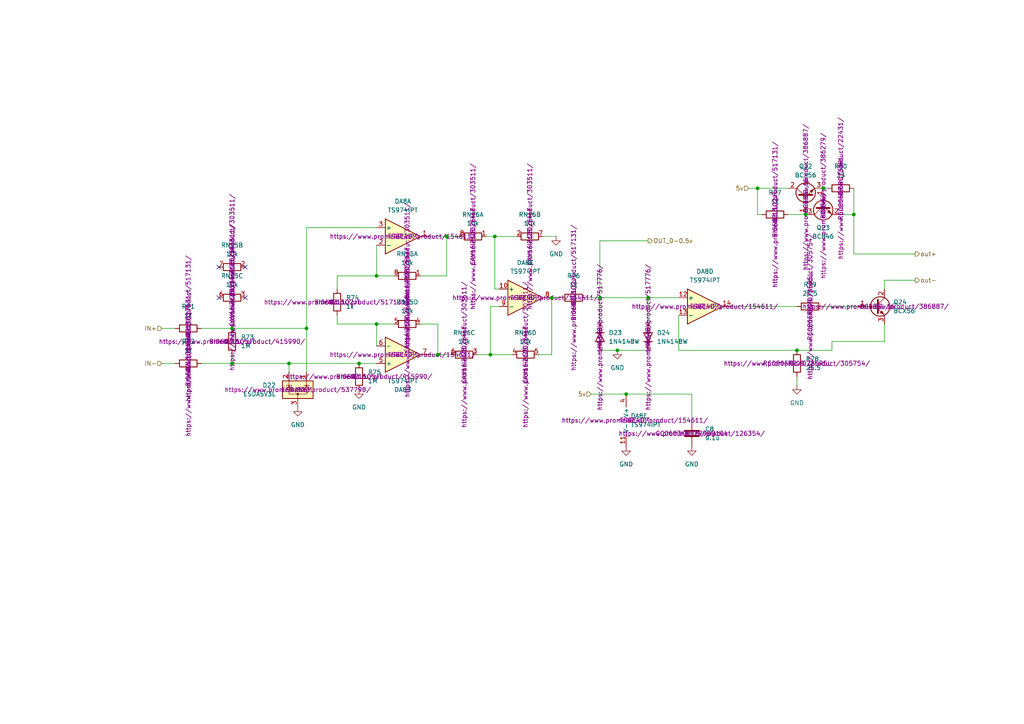
<source format=kicad_sch>
(kicad_sch (version 20250114) (generator "eeschema") (generator_version "9.0")
  (paper "A4")
  (lib_symbols
    (symbol "Amplifier_Operational:LM2902" (pin_names (offset 0.127))
      (property "Reference" "U" (at 0 5.08 0))
      (property "Value" "LM2902" (at 0 -5.08 0))
      (symbol "LM2902_1_1"
        (polyline (pts (xy -5.08 5.08) (xy 5.08 0) (xy -5.08 -5.08) (xy -5.08 5.08)) (stroke (width 0.254)) (fill (type background)))
        (pin input line (at -7.62 2.54 0) (length 2.54) (name "+") (number "3"))
        (pin input line (at -7.62 -2.54 0) (length 2.54) (name "-") (number "2"))
        (pin output line (at 7.62 0 180) (length 2.54) (name "~") (number "1"))
      )
      (symbol "LM2902_2_1"
        (polyline (pts (xy -5.08 5.08) (xy 5.08 0) (xy -5.08 -5.08) (xy -5.08 5.08)) (stroke (width 0.254)) (fill (type background)))
        (pin input line (at -7.62 2.54 0) (length 2.54) (name "+") (number "5"))
        (pin input line (at -7.62 -2.54 0) (length 2.54) (name "-") (number "6"))
        (pin output line (at 7.62 0 180) (length 2.54) (name "~") (number "7"))
      )
      (symbol "LM2902_3_1"
        (polyline (pts (xy -5.08 5.08) (xy 5.08 0) (xy -5.08 -5.08) (xy -5.08 5.08)) (stroke (width 0.254)) (fill (type background)))
        (pin input line (at -7.62 2.54 0) (length 2.54) (name "+") (number "10"))
        (pin input line (at -7.62 -2.54 0) (length 2.54) (name "-") (number "9"))
        (pin output line (at 7.62 0 180) (length 2.54) (name "~") (number "8"))
      )
      (symbol "LM2902_4_1"
        (polyline (pts (xy -5.08 5.08) (xy 5.08 0) (xy -5.08 -5.08) (xy -5.08 5.08)) (stroke (width 0.254)) (fill (type background)))
        (pin input line (at -7.62 2.54 0) (length 2.54) (name "+") (number "12"))
        (pin input line (at -7.62 -2.54 0) (length 2.54) (name "-") (number "13"))
        (pin output line (at 7.62 0 180) (length 2.54) (name "~") (number "14"))
      )
      (symbol "LM2902_5_1"
        (pin power_in line (at -2.54 7.62 270) (length 3.81) (name "V+") (number "4"))
        (pin power_in line (at -2.54 -7.62 90) (length 3.81) (name "V-") (number "11"))
      )
    )
    (symbol "Device:C" (pin_numbers (hide yes)) (pin_names (offset 0.254))
      (property "Reference" "C" (at 0.635 2.54 0))
      (property "Value" "C" (at 0.635 -2.54 0))
      (symbol "C_0_1"
        (polyline (pts (xy -2.032 0.762) (xy 2.032 0.762)) (stroke (width 0.508)))
        (polyline (pts (xy -2.032 -0.762) (xy 2.032 -0.762)) (stroke (width 0.508)))
      )
      (symbol "C_1_1"
        (pin passive line (at 0 3.81 270) (length 2.794) (name "~") (number "1"))
        (pin passive line (at 0 -3.81 90) (length 2.794) (name "~") (number "2"))
      )
    )
    (symbol "Device:R" (pin_numbers (hide yes)) (pin_names (offset 0))
      (property "Reference" "R" (at 2.032 0 90))
      (property "Value" "R" (at 0 0 90))
      (symbol "R_0_1"
        (rectangle (start -1.016 -2.54) (end 1.016 2.54) (stroke (width 0.254)))
      )
      (symbol "R_1_1"
        (pin passive line (at 0 3.81 270) (length 1.27) (name "~") (number "1"))
        (pin passive line (at 0 -3.81 90) (length 1.27) (name "~") (number "2"))
      )
    )
    (symbol "Device:R_Pack04_Split" (pin_names (offset 0) (hide yes))
      (property "Reference" "RN" (at 2.032 0 90))
      (property "Value" "R_Pack04_Split" (at 0 0 90))
      (symbol "R_Pack04_Split_0_1"
        (rectangle (start 1.016 2.54) (end -1.016 -2.54) (stroke (width 0.254)))
      )
      (symbol "R_Pack04_Split_1_1"
        (pin passive line (at 0 3.81 270) (length 1.27) (name "R1.2") (number "8"))
        (pin passive line (at 0 -3.81 90) (length 1.27) (name "R1.1") (number "1"))
      )
      (symbol "R_Pack04_Split_2_1"
        (pin passive line (at 0 3.81 270) (length 1.27) (name "R2.2") (number "7"))
        (pin passive line (at 0 -3.81 90) (length 1.27) (name "R2.1") (number "2"))
      )
      (symbol "R_Pack04_Split_3_1"
        (pin passive line (at 0 3.81 270) (length 1.27) (name "R3.2") (number "6"))
        (pin passive line (at 0 -3.81 90) (length 1.27) (name "R3.1") (number "3"))
      )
      (symbol "R_Pack04_Split_4_1"
        (pin passive line (at 0 3.81 270) (length 1.27) (name "R4.2") (number "5"))
        (pin passive line (at 0 -3.81 90) (length 1.27) (name "R4.1") (number "4"))
      )
    )
    (symbol "Diode:1N4148W" (pin_numbers (hide yes)) (pin_names (hide yes))
      (property "Reference" "D" (at 0 2.54 0))
      (property "Value" "1N4148W" (at 0 -2.54 0))
      (symbol "1N4148W_0_1"
        (polyline (pts (xy -1.27 1.27) (xy -1.27 -1.27)) (stroke (width 0.254)))
        (polyline (pts (xy 1.27 1.27) (xy 1.27 -1.27) (xy -1.27 0) (xy 1.27 1.27)) (stroke (width 0.254)))
        (polyline (pts (xy 1.27 0) (xy -1.27 0)))
      )
      (symbol "1N4148W_1_1"
        (pin passive line (at -3.81 0 0) (length 2.54) (name "K") (number "1"))
        (pin passive line (at 3.81 0 180) (length 2.54) (name "A") (number "2"))
      )
    )
    (symbol "Power_Protection:ESDA5V3L" (pin_names (hide yes))
      (property "Reference" "D" (at 5.715 2.54 0))
      (property "Value" "ESDA5V3L" (at 5.715 0.635 0))
      (symbol "ESDA5V3L_0_0"
        (pin passive line (at 0 -5.08 90) (length 2.54) (name "A") (number "3"))
      )
      (symbol "ESDA5V3L_0_1"
        (rectangle (start -4.445 2.54) (end 4.445 -2.54) (stroke (width 0.254)) (fill (type background)))
        (polyline (pts (xy -3.302 1.016) (xy -3.302 1.27) (xy -1.905 1.27) (xy -1.778 1.27)))
        (polyline (pts (xy -2.54 2.54) (xy -2.54 1.27)))
        (polyline (pts (xy -2.54 1.27) (xy -2.54 -1.27) (xy 2.54 -1.27) (xy 2.54 1.27)))
        (polyline (pts (xy -2.54 1.27) (xy -1.905 0) (xy -3.175 0) (xy -2.54 1.27)))
        (polyline (pts (xy 0 -1.27) (xy 0 -2.54)))
        (circle (center 0 -1.27) (radius 0.254) (fill (type outline)))
        (polyline (pts (xy 1.778 1.016) (xy 1.778 1.27) (xy 3.175 1.27) (xy 3.302 1.27)))
        (polyline (pts (xy 2.54 2.54) (xy 2.54 1.27)))
        (polyline (pts (xy 2.54 1.27) (xy 1.905 0) (xy 3.175 0) (xy 2.54 1.27)))
      )
      (symbol "ESDA5V3L_1_1"
        (pin passive line (at -2.54 5.08 270) (length 2.54) (name "K") (number "1"))
        (pin passive line (at 2.54 5.08 270) (length 2.54) (name "K") (number "2"))
      )
    )
    (symbol "Transistor_BJT:BC846" (pin_names (offset 0) (hide yes))
      (property "Reference" "Q" (at 5.08 1.905 0))
      (property "Value" "BC846" (at 5.08 0 0))
      (symbol "BC846_0_1"
        (polyline (pts (xy -2.54 0) (xy 0.635 0)))
        (polyline (pts (xy 0.635 1.905) (xy 0.635 -1.905)) (stroke (width 0.508)))
        (circle (center 1.27 0) (radius 2.8194) (stroke (width 0.254)))
      )
      (symbol "BC846_1_1"
        (polyline (pts (xy 0.635 0.635) (xy 2.54 2.54)))
        (polyline (pts (xy 0.635 -0.635) (xy 2.54 -2.54)))
        (polyline (pts (xy 1.27 -1.778) (xy 1.778 -1.27) (xy 2.286 -2.286) (xy 1.27 -1.778)) (fill (type outline)))
        (pin input line (at -5.08 0 0) (length 2.54) (name "B") (number "1"))
        (pin passive line (at 2.54 5.08 270) (length 2.54) (name "C") (number "3"))
        (pin passive line (at 2.54 -5.08 90) (length 2.54) (name "E") (number "2"))
      )
    )
    (symbol "Transistor_BJT:BCX56" (pin_names (offset 0) (hide yes))
      (property "Reference" "Q" (at 5.08 1.905 0))
      (property "Value" "BCX56" (at 5.08 0 0))
      (symbol "BCX56_0_1"
        (polyline (pts (xy -2.54 0) (xy 0.635 0)))
        (polyline (pts (xy 0.635 1.905) (xy 0.635 -1.905)) (stroke (width 0.508)))
        (circle (center 1.27 0) (radius 2.8194) (stroke (width 0.254)))
      )
      (symbol "BCX56_1_1"
        (polyline (pts (xy 0.635 0.635) (xy 2.54 2.54)))
        (polyline (pts (xy 0.635 -0.635) (xy 2.54 -2.54)))
        (polyline (pts (xy 1.27 -1.778) (xy 1.778 -1.27) (xy 2.286 -2.286) (xy 1.27 -1.778)) (fill (type outline)))
        (pin input line (at -5.08 0 0) (length 2.54) (name "B") (number "1"))
        (pin passive line (at 2.54 5.08 270) (length 2.54) (name "C") (number "2"))
        (pin passive line (at 2.54 -5.08 90) (length 2.54) (name "E") (number "3"))
      )
    )
    (symbol "power:GND" (power) (pin_numbers (hide yes)) (pin_names (offset 0) (hide yes))
      (property "Value" "GND" (at 0 -3.81 0))
      (symbol "GND_0_1"
        (polyline (pts (xy 0 0) (xy 0 -1.27) (xy 1.27 -1.27) (xy 0 -2.54) (xy -1.27 -1.27) (xy 0 -1.27)))
      )
      (symbol "GND_1_1"
        (pin power_in line (at 0 0 270) (length 0) (name "~") (number "1"))
      )
    )
  )
  (junction (at 181.61 114.3))
  (junction (at 67.31 95.25))
  (junction (at 143.51 68.58))
  (junction (at 160.02 86.36))
  (junction (at 142.24 102.87))
  (junction (at 83.82 105.41))
  (junction (at 173.99 86.36))
  (junction (at 238.76 54.61))
  (junction (at 88.9 95.25))
  (junction (at 219.71 54.61))
  (junction (at 179.07 101.6))
  (junction (at 104.14 105.41))
  (junction (at 231.14 101.6))
  (junction (at 187.96 86.36))
  (junction (at 247.65 62.23))
  (junction (at 233.68 62.23))
  (junction (at 109.22 80.01))
  (junction (at 67.31 105.41))
  (junction (at 129.54 68.58))
  (junction (at 127 102.87))
  (junction (at 109.22 93.98))
  (no_connect (at 63.5 86.36))
  (no_connect (at 71.12 77.47))
  (no_connect (at 71.12 86.36))
  (no_connect (at 63.5 77.47))
  (wire (pts (xy 129.54 80.01) (xy 129.54 68.58)))
  (wire (pts (xy 142.24 88.9) (xy 142.24 102.87)))
  (wire (pts (xy 124.46 68.58) (xy 129.54 68.58)))
  (wire (pts (xy 142.24 102.87) (xy 148.59 102.87)))
  (wire (pts (xy 219.71 62.23) (xy 219.71 54.61)))
  (wire (pts (xy 160.02 102.87) (xy 160.02 86.36)))
  (wire (pts (xy 196.85 91.44) (xy 196.85 101.6)))
  (wire (pts (xy 67.31 105.41) (xy 83.82 105.41)))
  (wire (pts (xy 109.22 80.01) (xy 109.22 71.12)))
  (wire (pts (xy 217.17 54.61) (xy 219.71 54.61)))
  (wire (pts (xy 83.82 105.41) (xy 83.82 107.95)))
  (wire (pts (xy 156.21 102.87) (xy 160.02 102.87)))
  (wire (pts (xy 88.9 107.95) (xy 88.9 95.25)))
  (wire (pts (xy 241.3 101.6) (xy 241.3 99.06)))
  (wire (pts (xy 160.02 86.36) (xy 162.56 86.36)))
  (wire (pts (xy 173.99 86.36) (xy 173.99 93.98)))
  (wire (pts (xy 241.3 99.06) (xy 256.54 99.06)))
  (wire (pts (xy 149.86 68.58) (xy 143.51 68.58)))
  (wire (pts (xy 109.22 100.33) (xy 109.22 93.98)))
  (wire (pts (xy 121.92 80.01) (xy 129.54 80.01)))
  (wire (pts (xy 50.8 95.25) (xy 46.99 95.25)))
  (wire (pts (xy 173.99 101.6) (xy 179.07 101.6)))
  (wire (pts (xy 256.54 99.06) (xy 256.54 93.98)))
  (wire (pts (xy 187.96 86.36) (xy 196.85 86.36)))
  (wire (pts (xy 140.97 68.58) (xy 143.51 68.58)))
  (wire (pts (xy 138.43 102.87) (xy 142.24 102.87)))
  (wire (pts (xy 247.65 62.23) (xy 247.65 54.61)))
  (wire (pts (xy 129.54 68.58) (xy 133.35 68.58)))
  (wire (pts (xy 109.22 80.01) (xy 97.79 80.01)))
  (wire (pts (xy 97.79 80.01) (xy 97.79 83.82)))
  (wire (pts (xy 171.45 114.3) (xy 181.61 114.3)))
  (wire (pts (xy 109.22 66.04) (xy 88.9 66.04)))
  (wire (pts (xy 58.42 95.25) (xy 67.31 95.25)))
  (wire (pts (xy 219.71 54.61) (xy 228.6 54.61)))
  (wire (pts (xy 67.31 102.87) (xy 67.31 105.41)))
  (wire (pts (xy 143.51 68.58) (xy 143.51 83.82)))
  (wire (pts (xy 231.14 109.22) (xy 231.14 111.76)))
  (wire (pts (xy 173.99 69.85) (xy 187.96 69.85)))
  (wire (pts (xy 97.79 93.98) (xy 97.79 91.44)))
  (wire (pts (xy 243.84 62.23) (xy 247.65 62.23)))
  (wire (pts (xy 124.46 102.87) (xy 127 102.87)))
  (wire (pts (xy 170.18 86.36) (xy 173.99 86.36)))
  (wire (pts (xy 50.8 105.41) (xy 46.99 105.41)))
  (wire (pts (xy 109.22 93.98) (xy 97.79 93.98)))
  (wire (pts (xy 127 93.98) (xy 127 102.87)))
  (wire (pts (xy 212.09 88.9) (xy 231.14 88.9)))
  (wire (pts (xy 127 102.87) (xy 130.81 102.87)))
  (wire (pts (xy 173.99 86.36) (xy 173.99 69.85)))
  (wire (pts (xy 247.65 62.23) (xy 247.65 73.66)))
  (wire (pts (xy 256.54 81.28) (xy 265.43 81.28)))
  (wire (pts (xy 121.92 93.98) (xy 127 93.98)))
  (wire (pts (xy 181.61 114.3) (xy 200.66 114.3)))
  (wire (pts (xy 228.6 62.23) (xy 233.68 62.23)))
  (wire (pts (xy 104.14 105.41) (xy 109.22 105.41)))
  (wire (pts (xy 220.98 62.23) (xy 219.71 62.23)))
  (wire (pts (xy 179.07 101.6) (xy 187.96 101.6)))
  (wire (pts (xy 88.9 66.04) (xy 88.9 95.25)))
  (wire (pts (xy 143.51 83.82) (xy 144.78 83.82)))
  (wire (pts (xy 58.42 105.41) (xy 67.31 105.41)))
  (wire (pts (xy 173.99 86.36) (xy 187.96 86.36)))
  (wire (pts (xy 200.66 114.3) (xy 200.66 121.92)))
  (wire (pts (xy 238.76 54.61) (xy 240.03 54.61)))
  (wire (pts (xy 142.24 88.9) (xy 144.78 88.9)))
  (wire (pts (xy 256.54 83.82) (xy 256.54 81.28)))
  (wire (pts (xy 247.65 73.66) (xy 265.43 73.66)))
  (wire (pts (xy 157.48 68.58) (xy 161.29 68.58)))
  (wire (pts (xy 83.82 105.41) (xy 104.14 105.41)))
  (wire (pts (xy 109.22 93.98) (xy 114.3 93.98)))
  (wire (pts (xy 238.76 88.9) (xy 248.92 88.9)))
  (wire (pts (xy 114.3 80.01) (xy 109.22 80.01)))
  (wire (pts (xy 187.96 86.36) (xy 187.96 93.98)))
  (wire (pts (xy 67.31 95.25) (xy 88.9 95.25)))
  (wire (pts (xy 231.14 101.6) (xy 241.3 101.6)))
  (wire (pts (xy 196.85 101.6) (xy 231.14 101.6)))
  (hierarchical_label "IN-" (shape input) (at 46.99 105.41 180))
  (hierarchical_label "out+" (shape output) (at 265.43 73.66 0))
  (hierarchical_label "OUT_0-0.5v" (shape output) (at 187.96 69.85 0))
  (hierarchical_label "5v" (shape input) (at 217.17 54.61 180))
  (hierarchical_label "out-" (shape output) (at 265.43 81.28 0))
  (hierarchical_label "5v" (shape input) (at 171.45 114.3 180))
  (hierarchical_label "IN+" (shape input) (at 46.99 95.25 180))
  (symbol (lib_id "Transistor_BJT:BCX56") (at 233.68 57.15 90) (unit 1)
    (property "Reference" "Q1" (at 233.68 48.26 90))
    (property "Value" "BCX56" (at 233.68 50.8 90))
    (property "Footprint" "Package_TO_SOT_SMD:SOT-89-3" (effects (hide yes)))
    (property "Datasheet" "https://www.nxp.com/docs/en/data-sheet/BCP56_BCX56_BC56PA.pdf" (effects (hide yes)))
    (property "Description" "1A Ic, 80V Vce, NPN Medium Power Transistor, SOT-89" (effects (hide yes)))
    (property "Promelec" "https://www.promelec.ru/product/386887/" (at 233.68 57.15 0))
    (property "Название" " BCX56-16" (at 233.68 57.15 0))
    (property "Цена" "4.62" (at 233.68 57.15 0))
    (instances (project "TC_OAMP" (path "" (reference "Q22") (unit 1)) (path "" (reference "Q13") (unit 1)) (path "" (reference "Q10") (unit 1)) (path "" (reference "Q4") (unit 1)) (path "" (reference "Q7") (unit 1)) (path "" (reference "Q19") (unit 1)) (path "" (reference "Q16") (unit 1)) (path "" (reference "Q1") (unit 1))))
  )
  (symbol (lib_id "power:GND") (at 104.14 113.03 0) (unit 1)
    (property "Reference" "#PWR06" (effects (hide yes)))
    (property "Value" "GND" (at 104.14 118.11 0))
    (property "Description" "Power symbol creates a global label with name \"GND\" , ground" (effects (hide yes)))
    (instances (project "TC_OAMP" (path "" (reference "#PWR055") (unit 1)) (path "" (reference "#PWR034") (unit 1)) (path "" (reference "#PWR027") (unit 1)) (path "" (reference "#PWR013") (unit 1)) (path "" (reference "#PWR020") (unit 1)) (path "" (reference "#PWR048") (unit 1)) (path "" (reference "#PWR041") (unit 1)) (path "" (reference "#PWR06") (unit 1))))
  )
  (symbol (lib_id "Device:R") (at 234.95 88.9 90) (unit 1)
    (property "Reference" "R9" (at 234.95 82.55 90))
    (property "Value" "25.5" (at 234.95 85.09 90))
    (property "Footprint" "Resistor_SMD:R_0805_2012Metric" (effects (hide yes)))
    (property "Description" "Resistor" (effects (hide yes)))
    (property "Promelec" "https://www.promelec.ru/product/305754/" (at 234.95 88.9 0))
    (property "Название" "RC0805FR-0725R5L" (at 234.95 88.9 0))
    (property "Цена" "0.09" (at 234.95 88.9 0))
    (instances (project "TC_OAMP" (path "" (reference "R79") (unit 1)) (path "" (reference "R49") (unit 1)) (path "" (reference "R39") (unit 1)) (path "" (reference "R19") (unit 1)) (path "" (reference "R29") (unit 1)) (path "" (reference "R69") (unit 1)) (path "" (reference "R59") (unit 1)) (path "" (reference "R9") (unit 1))))
  )
  (symbol (lib_id "Device:R") (at 67.31 99.06 180) (unit 1)
    (property "Reference" "R3" (at 69.85 97.7899 0) (effects (justify right)))
    (property "Value" "1M" (at 69.85 100.3299 0) (effects (justify right)))
    (property "Footprint" "Resistor_SMD:R_0603_1608Metric" (effects (hide yes)))
    (property "Description" "Resistor" (effects (hide yes)))
    (property "Promelec" "https://www.promelec.ru/product/415990/" (at 67.31 99.06 0))
    (property "Название" "RI0603L105JT" (at 67.31 99.06 0))
    (property "Цена" "0.16" (at 67.31 99.06 0))
    (instances (project "TC_OAMP" (path "" (reference "R73") (unit 1)) (path "" (reference "R43") (unit 1)) (path "" (reference "R33") (unit 1)) (path "" (reference "R13") (unit 1)) (path "" (reference "R23") (unit 1)) (path "" (reference "R63") (unit 1)) (path "" (reference "R53") (unit 1)) (path "" (reference "R3") (unit 1))))
  )
  (symbol (lib_id "power:GND") (at 179.07 101.6 0) (unit 1)
    (property "Reference" "#PWR08" (effects (hide yes)))
    (property "Value" "GND" (at 179.07 106.68 0))
    (property "Description" "Power symbol creates a global label with name \"GND\" , ground" (effects (hide yes)))
    (instances (project "TC_OAMP" (path "" (reference "#PWR057") (unit 1)) (path "" (reference "#PWR036") (unit 1)) (path "" (reference "#PWR029") (unit 1)) (path "" (reference "#PWR015") (unit 1)) (path "" (reference "#PWR022") (unit 1)) (path "" (reference "#PWR050") (unit 1)) (path "" (reference "#PWR043") (unit 1)) (path "" (reference "#PWR08") (unit 1))))
  )
  (symbol (lib_id "Device:R_Pack04_Split") (at 137.16 68.58 90) (unit 1)
    (property "Reference" "RN2" (at 137.16 62.23 90))
    (property "Value" "10k" (at 137.16 64.77 90))
    (property "Footprint" "Resistor_SMD:R_Array_Convex_4x0603" (effects (hide yes)))
    (property "Description" "4 resistor network, parallel topology, split" (effects (hide yes)))
    (property "Promelec" "https://www.promelec.ru/product/303511/" (at 137.16 68.58 0))
    (property "Название" "CAY16-1002F4LF" (at 137.16 68.58 0))
    (property "Цена" "2.28" (at 137.16 68.58 0))
    (instances (project "TC_OAMP" (path "" (reference "RN16") (unit 1)) (path "" (reference "RN10") (unit 1)) (path "" (reference "RN8") (unit 1)) (path "" (reference "RN4") (unit 1)) (path "" (reference "RN6") (unit 1)) (path "" (reference "RN14") (unit 1)) (path "" (reference "RN12") (unit 1)) (path "" (reference "RN2") (unit 1))))
  )
  (symbol (lib_id "Device:R") (at 97.79 87.63 180) (unit 1)
    (property "Reference" "R4" (at 100.33 86.3599 0) (effects (justify right)))
    (property "Value" "1k" (at 100.33 88.8999 0) (effects (justify right)))
    (property "Footprint" "Resistor_SMD:R_0603_1608Metric" (effects (hide yes)))
    (property "Description" "Resistor" (effects (hide yes)))
    (property "Promelec" "https://www.promelec.ru/product/517131/" (at 97.79 87.63 0))
    (property "Название" "RI0603L102JT" (at 97.79 87.63 0))
    (property "Цена" "0.13" (at 97.79 87.63 0))
    (instances (project "TC_OAMP" (path "" (reference "R74") (unit 1)) (path "" (reference "R44") (unit 1)) (path "" (reference "R34") (unit 1)) (path "" (reference "R14") (unit 1)) (path "" (reference "R24") (unit 1)) (path "" (reference "R64") (unit 1)) (path "" (reference "R54") (unit 1)) (path "" (reference "R4") (unit 1))))
  )
  (symbol (lib_id "Power_Protection:ESDA5V3L") (at 86.36 113.03 0) (mirror y) (unit 1)
    (property "Reference" "D1" (at 80.01 111.7599 0) (effects (justify left)))
    (property "Value" "ESDA5V3L" (at 80.01 114.2999 0) (effects (justify left)))
    (property "Footprint" "Package_TO_SOT_SMD:SOT-23-3" (effects (hide yes)))
    (property "Datasheet" "https://www.st.com/resource/en/datasheet/esdal.pdf" (effects (hide yes)))
    (property "Description" "TVS Diode Array, 5.5V Standoff, 2 Channels, SOT23" (effects (hide yes)))
    (property "Promelec" "https://www.promelec.ru/product/537798/" (at 86.36 113.03 0))
    (property "Название" "ESDA5V3L" (at 86.36 113.03 0))
    (property "Цена" "4,92" (at 86.36 113.03 0))
    (instances (project "TC_OAMP" (path "" (reference "D22") (unit 1)) (path "" (reference "D13") (unit 1)) (path "" (reference "D10") (unit 1)) (path "" (reference "D4") (unit 1)) (path "" (reference "D7") (unit 1)) (path "" (reference "D19") (unit 1)) (path "" (reference "D16") (unit 1)) (path "" (reference "D1") (unit 1))))
  )
  (symbol (lib_id "Diode:1N4148W") (at 173.99 97.79 270) (unit 1)
    (property "Reference" "D2" (at 176.53 96.5199 90) (effects (justify left)))
    (property "Value" "1N4148W" (at 176.53 99.0599 90) (effects (justify left)))
    (property "Footprint" "Diode_SMD:D_SOD-123" (effects (hide yes)))
    (property "Datasheet" "https://www.vishay.com/docs/85748/1n4148w.pdf" (effects (hide yes)))
    (property "Description" "75V 0.15A Fast Switching Diode, SOD-123" (effects (hide yes)))
    (property "Sim.Device" "D" (effects (hide yes)))
    (property "Sim.Pins" "1=K 2=A" (effects (hide yes)))
    (property "Promelec" "https://www.promelec.ru/product/517776/" (at 173.99 97.79 0))
    (property "Название" "1N4148W" (at 173.99 97.79 0))
    (property "Цена" "0,46" (at 173.99 97.79 0))
    (instances (project "TC_OAMP" (path "" (reference "D23") (unit 1)) (path "" (reference "D14") (unit 1)) (path "" (reference "D11") (unit 1)) (path "" (reference "D5") (unit 1)) (path "" (reference "D8") (unit 1)) (path "" (reference "D20") (unit 1)) (path "" (reference "D17") (unit 1)) (path "" (reference "D2") (unit 1))))
  )
  (symbol (lib_id "Transistor_BJT:BC846") (at 238.76 59.69 90) (mirror x) (unit 1)
    (property "Reference" "Q2" (at 238.76 66.04 90))
    (property "Value" "BC846" (at 238.76 68.58 90))
    (property "Footprint" "Package_TO_SOT_SMD:SOT-23" (effects (hide yes)))
    (property "Datasheet" "https://assets.nexperia.com/documents/data-sheet/BC846_SER.pdf" (effects (hide yes)))
    (property "Description" "0.1A Ic, 65V Vce, NPN Transistor, SOT-23" (effects (hide yes)))
    (property "Promelec" "https://www.promelec.ru/product/386279/" (at 238.76 59.69 0))
    (property "Название" "BC846B" (at 238.76 59.69 0))
    (property "Цена" "0.54" (at 238.76 59.69 0))
    (instances (project "TC_OAMP" (path "" (reference "Q23") (unit 1)) (path "" (reference "Q14") (unit 1)) (path "" (reference "Q11") (unit 1)) (path "" (reference "Q5") (unit 1)) (path "" (reference "Q8") (unit 1)) (path "" (reference "Q20") (unit 1)) (path "" (reference "Q17") (unit 1)) (path "" (reference "Q2") (unit 1))))
  )
  (symbol (lib_id "Amplifier_Operational:LM2902") (at 152.4 86.36 0) (unit 3)
    (property "Reference" "DA1" (at 152.4 76.2 0))
    (property "Value" "TS974IPT" (at 152.4 78.74 0))
    (property "Footprint" "Package_SO:TSSOP-14_4.4x5mm_P0.65mm" (effects (hide yes)))
    (property "Description" "Операционный усилитель, 2.7…10 В" (effects (hide yes)))
    (property "Promelec" "https://www.promelec.ru/product/154611/" (at 152.4 86.36 0))
    (property "Название" "TS974IPT" (at 152.4 86.36 0))
    (property "Цена" "47,40" (at 152.4 86.36 0))
    (instances (project "TC_OAMP" (path "" (reference "DA8") (unit 3)) (path "" (reference "DA5") (unit 3)) (path "" (reference "DA4") (unit 3)) (path "" (reference "DA2") (unit 3)) (path "" (reference "DA3") (unit 3)) (path "" (reference "DA7") (unit 3)) (path "" (reference "DA6") (unit 3)) (path "" (reference "DA1") (unit 3))))
  )
  (symbol (lib_id "Device:R") (at 104.14 109.22 180) (unit 1)
    (property "Reference" "R5" (at 106.68 107.9499 0) (effects (justify right)))
    (property "Value" "1M" (at 106.68 110.4899 0) (effects (justify right)))
    (property "Footprint" "Resistor_SMD:R_0603_1608Metric" (effects (hide yes)))
    (property "Description" "Resistor" (effects (hide yes)))
    (property "Promelec" "https://www.promelec.ru/product/415990/" (at 104.14 109.22 0))
    (property "Название" "RI0603L105JT" (at 104.14 109.22 0))
    (property "Цена" "0.16" (at 104.14 109.22 0))
    (instances (project "TC_OAMP" (path "" (reference "R75") (unit 1)) (path "" (reference "R45") (unit 1)) (path "" (reference "R35") (unit 1)) (path "" (reference "R15") (unit 1)) (path "" (reference "R25") (unit 1)) (path "" (reference "R65") (unit 1)) (path "" (reference "R55") (unit 1)) (path "" (reference "R5") (unit 1))))
  )
  (symbol (lib_id "Device:R_Pack04_Split") (at 118.11 80.01 90) (unit 1)
    (property "Reference" "RN1" (at 118.11 73.66 90))
    (property "Value" "10k" (at 118.11 76.2 90))
    (property "Footprint" "Resistor_SMD:R_Array_Convex_4x0603" (effects (hide yes)))
    (property "Description" "4 resistor network, parallel topology, split" (effects (hide yes)))
    (property "Promelec" "https://www.promelec.ru/product/303511/" (at 118.11 80.01 0))
    (property "Название" "CAY16-1002F4LF" (at 118.11 80.01 0))
    (property "Цена" "2.28" (at 118.11 80.01 0))
    (instances (project "TC_OAMP" (path "" (reference "RN15") (unit 1)) (path "" (reference "RN9") (unit 1)) (path "" (reference "RN7") (unit 1)) (path "" (reference "RN3") (unit 1)) (path "" (reference "RN5") (unit 1)) (path "" (reference "RN13") (unit 1)) (path "" (reference "RN11") (unit 1)) (path "" (reference "RN1") (unit 1))))
  )
  (symbol (lib_id "Device:R_Pack04_Split") (at 67.31 86.36 90) (unit 3)
    (property "Reference" "RN1" (at 67.31 80.01 90))
    (property "Value" "10k" (at 67.31 82.55 90))
    (property "Footprint" "Resistor_SMD:R_Array_Convex_4x0603" (effects (hide yes)))
    (property "Description" "4 resistor network, parallel topology, split" (effects (hide yes)))
    (property "Promelec" "https://www.promelec.ru/product/303511/" (at 67.31 86.36 0))
    (property "Название" "CAY16-1002F4LF" (at 67.31 86.36 0))
    (property "Цена" "2.28" (at 67.31 86.36 0))
    (instances (project "TC_OAMP" (path "" (reference "RN15") (unit 3)) (path "" (reference "RN9") (unit 3)) (path "" (reference "RN7") (unit 3)) (path "" (reference "RN3") (unit 3)) (path "" (reference "RN5") (unit 3)) (path "" (reference "RN13") (unit 3)) (path "" (reference "RN11") (unit 3)) (path "" (reference "RN1") (unit 3))))
  )
  (symbol (lib_id "power:GND") (at 200.66 129.54 0) (unit 1)
    (property "Reference" "#PWR010" (effects (hide yes)))
    (property "Value" "GND" (at 200.66 134.62 0))
    (property "Description" "Power symbol creates a global label with name \"GND\" , ground" (effects (hide yes)))
    (instances (project "TC_OAMP" (path "" (reference "#PWR059") (unit 1)) (path "" (reference "#PWR038") (unit 1)) (path "" (reference "#PWR031") (unit 1)) (path "" (reference "#PWR017") (unit 1)) (path "" (reference "#PWR024") (unit 1)) (path "" (reference "#PWR052") (unit 1)) (path "" (reference "#PWR045") (unit 1)) (path "" (reference "#PWR010") (unit 1))))
  )
  (symbol (lib_id "power:GND") (at 181.61 129.54 0) (unit 1)
    (property "Reference" "#PWR09" (effects (hide yes)))
    (property "Value" "GND" (at 181.61 134.62 0))
    (property "Description" "Power symbol creates a global label with name \"GND\" , ground" (effects (hide yes)))
    (instances (project "TC_OAMP" (path "" (reference "#PWR058") (unit 1)) (path "" (reference "#PWR037") (unit 1)) (path "" (reference "#PWR030") (unit 1)) (path "" (reference "#PWR016") (unit 1)) (path "" (reference "#PWR023") (unit 1)) (path "" (reference "#PWR051") (unit 1)) (path "" (reference "#PWR044") (unit 1)) (path "" (reference "#PWR09") (unit 1))))
  )
  (symbol (lib_id "Device:R") (at 224.79 62.23 90) (unit 1)
    (property "Reference" "R7" (at 224.79 55.88 90))
    (property "Value" "1k" (at 224.79 58.42 90))
    (property "Footprint" "Resistor_SMD:R_0603_1608Metric" (effects (hide yes)))
    (property "Description" "Resistor" (effects (hide yes)))
    (property "Promelec" "https://www.promelec.ru/product/517131/" (at 224.79 62.23 0))
    (property "Название" "RI0603L102JT" (at 224.79 62.23 0))
    (property "Цена" "0.13" (at 224.79 62.23 0))
    (instances (project "TC_OAMP" (path "" (reference "R77") (unit 1)) (path "" (reference "R47") (unit 1)) (path "" (reference "R37") (unit 1)) (path "" (reference "R17") (unit 1)) (path "" (reference "R27") (unit 1)) (path "" (reference "R67") (unit 1)) (path "" (reference "R57") (unit 1)) (path "" (reference "R7") (unit 1))))
  )
  (symbol (lib_id "Device:R") (at 166.37 86.36 90) (unit 1)
    (property "Reference" "R6" (at 166.37 80.01 90))
    (property "Value" "1k" (at 166.37 82.55 90))
    (property "Footprint" "Resistor_SMD:R_0603_1608Metric" (effects (hide yes)))
    (property "Description" "Resistor" (effects (hide yes)))
    (property "Promelec" "https://www.promelec.ru/product/517131/" (at 166.37 86.36 0))
    (property "Название" "RI0603L102JT" (at 166.37 86.36 0))
    (property "Цена" "0.13" (at 166.37 86.36 0))
    (instances (project "TC_OAMP" (path "" (reference "R76") (unit 1)) (path "" (reference "R46") (unit 1)) (path "" (reference "R36") (unit 1)) (path "" (reference "R16") (unit 1)) (path "" (reference "R26") (unit 1)) (path "" (reference "R66") (unit 1)) (path "" (reference "R56") (unit 1)) (path "" (reference "R6") (unit 1))))
  )
  (symbol (lib_id "Device:R_Pack04_Split") (at 134.62 102.87 90) (unit 3)
    (property "Reference" "RN2" (at 134.62 96.52 90))
    (property "Value" "10k" (at 134.62 99.06 90))
    (property "Footprint" "Resistor_SMD:R_Array_Convex_4x0603" (effects (hide yes)))
    (property "Description" "4 resistor network, parallel topology, split" (effects (hide yes)))
    (property "Promelec" "https://www.promelec.ru/product/303511/" (at 134.62 102.87 0))
    (property "Название" "CAY16-1002F4LF" (at 134.62 102.87 0))
    (property "Цена" "2.28" (at 134.62 102.87 0))
    (instances (project "TC_OAMP" (path "" (reference "RN16") (unit 3)) (path "" (reference "RN10") (unit 3)) (path "" (reference "RN8") (unit 3)) (path "" (reference "RN4") (unit 3)) (path "" (reference "RN6") (unit 3)) (path "" (reference "RN14") (unit 3)) (path "" (reference "RN12") (unit 3)) (path "" (reference "RN2") (unit 3))))
  )
  (symbol (lib_id "Device:R_Pack04_Split") (at 153.67 68.58 270) (unit 2)
    (property "Reference" "RN2" (at 153.67 62.23 90))
    (property "Value" "10k" (at 153.67 64.77 90))
    (property "Footprint" "Resistor_SMD:R_Array_Convex_4x0603" (effects (hide yes)))
    (property "Description" "4 resistor network, parallel topology, split" (effects (hide yes)))
    (property "Promelec" "https://www.promelec.ru/product/303511/" (at 153.67 68.58 0))
    (property "Название" "CAY16-1002F4LF" (at 153.67 68.58 0))
    (property "Цена" "2.28" (at 153.67 68.58 0))
    (instances (project "TC_OAMP" (path "" (reference "RN16") (unit 2)) (path "" (reference "RN10") (unit 2)) (path "" (reference "RN8") (unit 2)) (path "" (reference "RN4") (unit 2)) (path "" (reference "RN6") (unit 2)) (path "" (reference "RN14") (unit 2)) (path "" (reference "RN12") (unit 2)) (path "" (reference "RN2") (unit 2))))
  )
  (symbol (lib_id "Amplifier_Operational:LM2902") (at 184.15 121.92 0) (unit 5)
    (property "Reference" "DA1" (at 182.88 120.6499 0) (effects (justify left)))
    (property "Value" "TS974IPT" (at 182.88 123.1899 0) (effects (justify left)))
    (property "Footprint" "Package_SO:TSSOP-14_4.4x5mm_P0.65mm" (effects (hide yes)))
    (property "Description" "Операционный усилитель, 2.7…10 В" (effects (hide yes)))
    (property "Promelec" "https://www.promelec.ru/product/154611/" (at 184.15 121.92 0))
    (property "Название" "TS974IPT" (at 184.15 121.92 0))
    (property "Цена" "47,40" (at 184.15 121.92 0))
    (instances (project "TC_OAMP" (path "" (reference "DA8") (unit 5)) (path "" (reference "DA5") (unit 5)) (path "" (reference "DA4") (unit 5)) (path "" (reference "DA2") (unit 5)) (path "" (reference "DA3") (unit 5)) (path "" (reference "DA7") (unit 5)) (path "" (reference "DA6") (unit 5)) (path "" (reference "DA1") (unit 5))))
  )
  (symbol (lib_id "Device:C") (at 200.66 125.73 0) (unit 1)
    (property "Reference" "C1" (at 204.47 124.4599 0) (effects (justify left)))
    (property "Value" "0.1u" (at 204.47 126.9999 0) (effects (justify left)))
    (property "Footprint" "Capacitor_SMD:C_0603_1608Metric" (effects (hide yes)))
    (property "Description" "Unpolarized capacitor" (effects (hide yes)))
    (property "Promelec" "https://www.promelec.ru/product/126354/" (at 200.66 125.73 0))
    (property "Название" "CC0603KRX7R9BB104" (at 200.66 125.73 0))
    (property "Цена" "0,78" (at 200.66 125.73 0))
    (instances (project "TC_OAMP" (path "" (reference "C8") (unit 1)) (path "" (reference "C5") (unit 1)) (path "" (reference "C4") (unit 1)) (path "" (reference "C2") (unit 1)) (path "" (reference "C3") (unit 1)) (path "" (reference "C7") (unit 1)) (path "" (reference "C6") (unit 1)) (path "" (reference "C1") (unit 1))))
  )
  (symbol (lib_id "power:GND") (at 86.36 118.11 0) (unit 1)
    (property "Reference" "#PWR05" (effects (hide yes)))
    (property "Value" "GND" (at 86.36 123.19 0))
    (property "Description" "Power symbol creates a global label with name \"GND\" , ground" (effects (hide yes)))
    (instances (project "TC_OAMP" (path "" (reference "#PWR054") (unit 1)) (path "" (reference "#PWR033") (unit 1)) (path "" (reference "#PWR026") (unit 1)) (path "" (reference "#PWR012") (unit 1)) (path "" (reference "#PWR019") (unit 1)) (path "" (reference "#PWR047") (unit 1)) (path "" (reference "#PWR040") (unit 1)) (path "" (reference "#PWR05") (unit 1))))
  )
  (symbol (lib_id "power:GND") (at 161.29 68.58 0) (unit 1)
    (property "Reference" "#PWR07" (effects (hide yes)))
    (property "Value" "GND" (at 161.29 73.66 0))
    (property "Description" "Power symbol creates a global label with name \"GND\" , ground" (effects (hide yes)))
    (instances (project "TC_OAMP" (path "" (reference "#PWR056") (unit 1)) (path "" (reference "#PWR035") (unit 1)) (path "" (reference "#PWR028") (unit 1)) (path "" (reference "#PWR014") (unit 1)) (path "" (reference "#PWR021") (unit 1)) (path "" (reference "#PWR049") (unit 1)) (path "" (reference "#PWR042") (unit 1)) (path "" (reference "#PWR07") (unit 1))))
  )
  (symbol (lib_id "Diode:1N4148W") (at 187.96 97.79 90) (unit 1)
    (property "Reference" "D3" (at 190.5 96.5199 90) (effects (justify right)))
    (property "Value" "1N4148W" (at 190.5 99.0599 90) (effects (justify right)))
    (property "Footprint" "Diode_SMD:D_SOD-123" (effects (hide yes)))
    (property "Datasheet" "https://www.vishay.com/docs/85748/1n4148w.pdf" (effects (hide yes)))
    (property "Description" "75V 0.15A Fast Switching Diode, SOD-123" (effects (hide yes)))
    (property "Sim.Device" "D" (effects (hide yes)))
    (property "Sim.Pins" "1=K 2=A" (effects (hide yes)))
    (property "Promelec" "https://www.promelec.ru/product/517776/" (at 187.96 97.79 0))
    (property "Название" "1N4148W" (at 187.96 97.79 0))
    (property "Цена" "0,46" (at 187.96 97.79 0))
    (instances (project "TC_OAMP" (path "" (reference "D24") (unit 1)) (path "" (reference "D15") (unit 1)) (path "" (reference "D12") (unit 1)) (path "" (reference "D6") (unit 1)) (path "" (reference "D9") (unit 1)) (path "" (reference "D21") (unit 1)) (path "" (reference "D18") (unit 1)) (path "" (reference "D3") (unit 1))))
  )
  (symbol (lib_id "Device:R_Pack04_Split") (at 67.31 77.47 90) (unit 2)
    (property "Reference" "RN1" (at 67.31 71.12 90))
    (property "Value" "10k" (at 67.31 73.66 90))
    (property "Footprint" "Resistor_SMD:R_Array_Convex_4x0603" (effects (hide yes)))
    (property "Description" "4 resistor network, parallel topology, split" (effects (hide yes)))
    (property "Promelec" "https://www.promelec.ru/product/303511/" (at 67.31 77.47 0))
    (property "Название" "CAY16-1002F4LF" (at 67.31 77.47 0))
    (property "Цена" "2.28" (at 67.31 77.47 0))
    (instances (project "TC_OAMP" (path "" (reference "RN15") (unit 2)) (path "" (reference "RN9") (unit 2)) (path "" (reference "RN7") (unit 2)) (path "" (reference "RN3") (unit 2)) (path "" (reference "RN5") (unit 2)) (path "" (reference "RN13") (unit 2)) (path "" (reference "RN11") (unit 2)) (path "" (reference "RN1") (unit 2))))
  )
  (symbol (lib_id "Device:R_Pack04_Split") (at 152.4 102.87 270) (unit 4)
    (property "Reference" "RN2" (at 152.4 96.52 90))
    (property "Value" "10k" (at 152.4 99.06 90))
    (property "Footprint" "Resistor_SMD:R_Array_Convex_4x0603" (effects (hide yes)))
    (property "Description" "4 resistor network, parallel topology, split" (effects (hide yes)))
    (property "Promelec" "https://www.promelec.ru/product/303511/" (at 152.4 102.87 0))
    (property "Название" "CAY16-1002F4LF" (at 152.4 102.87 0))
    (property "Цена" "2.28" (at 152.4 102.87 0))
    (instances (project "TC_OAMP" (path "" (reference "RN16") (unit 4)) (path "" (reference "RN10") (unit 4)) (path "" (reference "RN8") (unit 4)) (path "" (reference "RN4") (unit 4)) (path "" (reference "RN6") (unit 4)) (path "" (reference "RN14") (unit 4)) (path "" (reference "RN12") (unit 4)) (path "" (reference "RN2") (unit 4))))
  )
  (symbol (lib_id "Device:R") (at 54.61 95.25 90) (unit 1)
    (property "Reference" "R1" (at 54.61 88.9 90))
    (property "Value" "1k" (at 54.61 91.44 90))
    (property "Footprint" "Resistor_SMD:R_0603_1608Metric" (effects (hide yes)))
    (property "Description" "Resistor" (effects (hide yes)))
    (property "Promelec" "https://www.promelec.ru/product/517131/" (at 54.61 95.25 0))
    (property "Название" "RI0603L102JT" (at 54.61 95.25 0))
    (property "Цена" "0.13" (at 54.61 95.25 0))
    (instances (project "TC_OAMP" (path "" (reference "R71") (unit 1)) (path "" (reference "R41") (unit 1)) (path "" (reference "R31") (unit 1)) (path "" (reference "R11") (unit 1)) (path "" (reference "R21") (unit 1)) (path "" (reference "R61") (unit 1)) (path "" (reference "R51") (unit 1)) (path "" (reference "R1") (unit 1))))
  )
  (symbol (lib_id "Transistor_BJT:BCX56") (at 254 88.9 0) (unit 1)
    (property "Reference" "Q3" (at 259.08 87.6299 0) (effects (justify left)))
    (property "Value" "BCX56" (at 259.08 90.1699 0) (effects (justify left)))
    (property "Footprint" "Package_TO_SOT_SMD:SOT-89-3" (effects (hide yes)))
    (property "Datasheet" "https://www.nxp.com/docs/en/data-sheet/BCP56_BCX56_BC56PA.pdf" (effects (hide yes)))
    (property "Description" "1A Ic, 80V Vce, NPN Medium Power Transistor, SOT-89" (effects (hide yes)))
    (property "Promelec" "https://www.promelec.ru/product/386887/" (at 254 88.9 0))
    (property "Название" " BCX56-16" (at 254 88.9 0))
    (property "Цена" "4.62" (at 254 88.9 0))
    (instances (project "TC_OAMP" (path "" (reference "Q24") (unit 1)) (path "" (reference "Q15") (unit 1)) (path "" (reference "Q12") (unit 1)) (path "" (reference "Q6") (unit 1)) (path "" (reference "Q9") (unit 1)) (path "" (reference "Q21") (unit 1)) (path "" (reference "Q18") (unit 1)) (path "" (reference "Q3") (unit 1))))
  )
  (symbol (lib_id "Device:R") (at 243.84 54.61 90) (unit 1)
    (property "Reference" "R10" (at 243.84 48.26 90))
    (property "Value" "33" (at 243.84 50.8 90))
    (property "Footprint" "Resistor_SMD:R_0805_2012Metric" (effects (hide yes)))
    (property "Description" "Resistor" (effects (hide yes)))
    (property "Promelec" "https://www.promelec.ru/product/22431/" (at 243.84 54.61 0))
    (property "Название" "RC0805FR-0733RL" (at 243.84 54.61 0))
    (property "Цена" "0.58" (at 243.84 54.61 0))
    (instances (project "TC_OAMP" (path "" (reference "R80") (unit 1)) (path "" (reference "R50") (unit 1)) (path "" (reference "R40") (unit 1)) (path "" (reference "R20") (unit 1)) (path "" (reference "R30") (unit 1)) (path "" (reference "R70") (unit 1)) (path "" (reference "R60") (unit 1)) (path "" (reference "R10") (unit 1))))
  )
  (symbol (lib_id "Amplifier_Operational:LM2902") (at 116.84 102.87 0) (mirror x) (unit 2)
    (property "Reference" "DA1" (at 116.84 113.03 0))
    (property "Value" "TS974IPT" (at 116.84 110.49 0))
    (property "Footprint" "Package_SO:TSSOP-14_4.4x5mm_P0.65mm" (effects (hide yes)))
    (property "Description" "Операционный усилитель, 2.7…10 В" (effects (hide yes)))
    (property "Promelec" "https://www.promelec.ru/product/154611/" (at 116.84 102.87 0))
    (property "Название" "TS974IPT" (at 116.84 102.87 0))
    (property "Цена" "47,40" (at 116.84 102.87 0))
    (instances (project "TC_OAMP" (path "" (reference "DA8") (unit 2)) (path "" (reference "DA5") (unit 2)) (path "" (reference "DA4") (unit 2)) (path "" (reference "DA2") (unit 2)) (path "" (reference "DA3") (unit 2)) (path "" (reference "DA7") (unit 2)) (path "" (reference "DA6") (unit 2)) (path "" (reference "DA1") (unit 2))))
  )
  (symbol (lib_id "power:GND") (at 231.14 111.76 0) (unit 1)
    (property "Reference" "#PWR011" (effects (hide yes)))
    (property "Value" "GND" (at 231.14 116.84 0))
    (property "Description" "Power symbol creates a global label with name \"GND\" , ground" (effects (hide yes)))
    (instances (project "TC_OAMP" (path "" (reference "#PWR060") (unit 1)) (path "" (reference "#PWR039") (unit 1)) (path "" (reference "#PWR032") (unit 1)) (path "" (reference "#PWR018") (unit 1)) (path "" (reference "#PWR025") (unit 1)) (path "" (reference "#PWR053") (unit 1)) (path "" (reference "#PWR046") (unit 1)) (path "" (reference "#PWR011") (unit 1))))
  )
  (symbol (lib_id "Amplifier_Operational:LM2902") (at 116.84 68.58 0) (unit 1)
    (property "Reference" "DA1" (at 116.84 58.42 0))
    (property "Value" "TS974IPT" (at 116.84 60.96 0))
    (property "Footprint" "Package_SO:TSSOP-14_4.4x5mm_P0.65mm" (effects (hide yes)))
    (property "Description" "Операционный усилитель, 2.7…10 В" (effects (hide yes)))
    (property "Promelec" "https://www.promelec.ru/product/154611/" (at 116.84 68.58 0))
    (property "Название" "TS974IPT" (at 116.84 68.58 0))
    (property "Цена" "47,40" (at 116.84 68.58 0))
    (instances (project "TC_OAMP" (path "" (reference "DA8") (unit 1)) (path "" (reference "DA5") (unit 1)) (path "" (reference "DA4") (unit 1)) (path "" (reference "DA2") (unit 1)) (path "" (reference "DA3") (unit 1)) (path "" (reference "DA7") (unit 1)) (path "" (reference "DA6") (unit 1)) (path "" (reference "DA1") (unit 1))))
  )
  (symbol (lib_id "Device:R") (at 231.14 105.41 0) (unit 1)
    (property "Reference" "R8" (at 233.68 104.1399 0) (effects (justify left)))
    (property "Value" "25.5" (at 233.68 106.6799 0) (effects (justify left)))
    (property "Footprint" "Resistor_SMD:R_0805_2012Metric" (effects (hide yes)))
    (property "Description" "Resistor" (effects (hide yes)))
    (property "Promelec" "https://www.promelec.ru/product/305754/" (at 231.14 105.41 0))
    (property "Название" "RC0805FR-0725R5L" (at 231.14 105.41 0))
    (property "Цена" "0.09" (at 231.14 105.41 0))
    (instances (project "TC_OAMP" (path "" (reference "R78") (unit 1)) (path "" (reference "R48") (unit 1)) (path "" (reference "R38") (unit 1)) (path "" (reference "R18") (unit 1)) (path "" (reference "R28") (unit 1)) (path "" (reference "R68") (unit 1)) (path "" (reference "R58") (unit 1)) (path "" (reference "R8") (unit 1))))
  )
  (symbol (lib_id "Amplifier_Operational:LM2902") (at 204.47 88.9 0) (unit 4)
    (property "Reference" "DA1" (at 204.47 78.74 0))
    (property "Value" "TS974IPT" (at 204.47 81.28 0))
    (property "Footprint" "Package_SO:TSSOP-14_4.4x5mm_P0.65mm" (effects (hide yes)))
    (property "Description" "Операционный усилитель, 2.7…10 В" (effects (hide yes)))
    (property "Promelec" "https://www.promelec.ru/product/154611/" (at 204.47 88.9 0))
    (property "Название" "TS974IPT" (at 204.47 88.9 0))
    (property "Цена" "47,40" (at 204.47 88.9 0))
    (instances (project "TC_OAMP" (path "" (reference "DA8") (unit 4)) (path "" (reference "DA5") (unit 4)) (path "" (reference "DA4") (unit 4)) (path "" (reference "DA2") (unit 4)) (path "" (reference "DA3") (unit 4)) (path "" (reference "DA7") (unit 4)) (path "" (reference "DA6") (unit 4)) (path "" (reference "DA1") (unit 4))))
  )
  (symbol (lib_id "Device:R") (at 54.61 105.41 90) (unit 1)
    (property "Reference" "R2" (at 54.61 99.06 90))
    (property "Value" "1k" (at 54.61 101.6 90))
    (property "Footprint" "Resistor_SMD:R_0603_1608Metric" (effects (hide yes)))
    (property "Description" "Resistor" (effects (hide yes)))
    (property "Promelec" "https://www.promelec.ru/product/517131/" (at 54.61 105.41 0))
    (property "Название" "RI0603L102JT" (at 54.61 105.41 0))
    (property "Цена" "0.13" (at 54.61 105.41 0))
    (instances (project "TC_OAMP" (path "" (reference "R72") (unit 1)) (path "" (reference "R42") (unit 1)) (path "" (reference "R32") (unit 1)) (path "" (reference "R12") (unit 1)) (path "" (reference "R22") (unit 1)) (path "" (reference "R62") (unit 1)) (path "" (reference "R52") (unit 1)) (path "" (reference "R2") (unit 1))))
  )
  (symbol (lib_id "Device:R_Pack04_Split") (at 118.11 93.98 90) (unit 4)
    (property "Reference" "RN1" (at 118.11 87.63 90))
    (property "Value" "10k" (at 118.11 90.17 90))
    (property "Footprint" "Resistor_SMD:R_Array_Convex_4x0603" (effects (hide yes)))
    (property "Description" "4 resistor network, parallel topology, split" (effects (hide yes)))
    (property "Promelec" "https://www.promelec.ru/product/303511/" (at 118.11 93.98 0))
    (property "Название" "CAY16-1002F4LF" (at 118.11 93.98 0))
    (property "Цена" "2.28" (at 118.11 93.98 0))
    (instances (project "TC_OAMP" (path "" (reference "RN15") (unit 4)) (path "" (reference "RN9") (unit 4)) (path "" (reference "RN7") (unit 4)) (path "" (reference "RN3") (unit 4)) (path "" (reference "RN5") (unit 4)) (path "" (reference "RN13") (unit 4)) (path "" (reference "RN11") (unit 4)) (path "" (reference "RN1") (unit 4))))
  )
)
</source>
